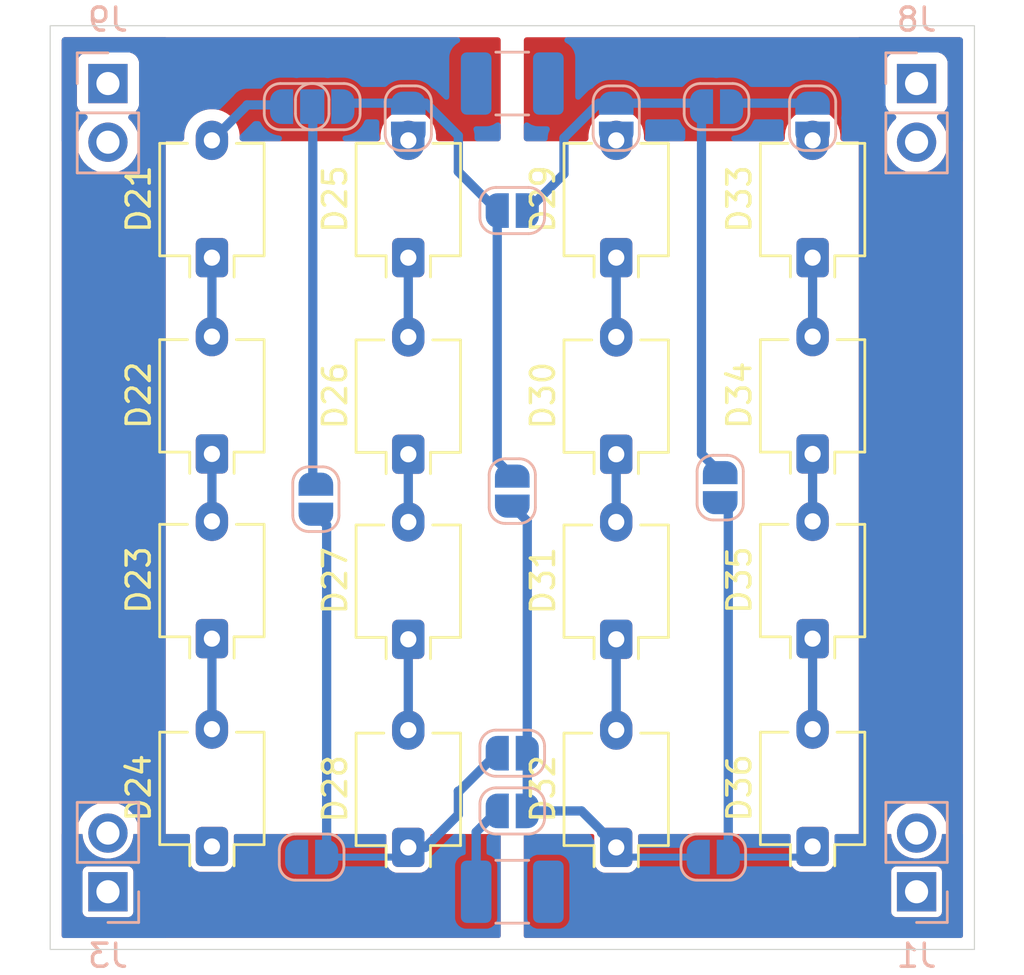
<source format=kicad_pcb>
(kicad_pcb (version 20241229) (generator "pcbnew") (generator_version "9.0")
  (layers (0 "F.Cu" signal) (2 "B.Cu" signal) (13 "F.Paste" user) (15 "B.Paste" user) (5 "F.SilkS" user "F.Silkscreen") (7 "B.SilkS" user "B.Silkscreen") (1 "F.Mask" user) (3 "B.Mask" user) (25 "Edge.Cuts" user))
  (net 0 "")
  (footprint "solarzellen:Osram_DIL2_4.3x4.65mm_P5.08mm" (layer "F.Cu") (at 180.32 91.062 90)
    (property "Reference" "D34" (at 2.54 -3.17 90) (layer "F.SilkS"))
    (property "Value" "BPW34")
    (pad "1" thru_hole roundrect (at 0 0 90) (size 1.7 1.4) (drill 0.7) (layers "*.Cu" "*.Mask") (roundrect_rratio 0.178))
    (pad "2" thru_hole oval (at 5.08 0 90) (size 1.7 1.4) (drill 0.7) (layers "*.Cu" "*.Mask"))
  )
  (footprint "solarzellen:Osram_DIL2_4.3x4.65mm_P5.08mm" (layer "F.Cu") (at 154.32 108.062 90)
    (property "Reference" "D24" (at 2.54 -3.17 90) (layer "F.SilkS"))
    (property "Value" "BPW34")
    (pad "1" thru_hole roundrect (at 0 0 90) (size 1.7 1.4) (drill 0.7) (layers "*.Cu" "*.Mask") (roundrect_rratio 0.178))
    (pad "2" thru_hole oval (at 5.08 0 90) (size 1.7 1.4) (drill 0.7) (layers "*.Cu" "*.Mask"))
  )
  (footprint "solarzellen:Osram_DIL2_4.3x4.65mm_P5.08mm" (layer "F.Cu") (at 154.32 82.562 90)
    (property "Reference" "D21" (at 2.54 -3.17 90) (layer "F.SilkS"))
    (property "Value" "BPW34")
    (pad "1" thru_hole roundrect (at 0 0 90) (size 1.7 1.4) (drill 0.7) (layers "*.Cu" "*.Mask") (roundrect_rratio 0.178))
    (pad "2" thru_hole oval (at 5.08 0 90) (size 1.7 1.4) (drill 0.7) (layers "*.Cu" "*.Mask"))
  )
  (footprint "solarzellen:Osram_DIL2_4.3x4.65mm_P5.08mm" (layer "F.Cu") (at 171.82 91.075333 90)
    (property "Reference" "D30" (at 2.54 -3.17 90) (layer "F.SilkS"))
    (property "Value" "BPW34")
    (pad "1" thru_hole roundrect (at 0 0 90) (size 1.7 1.4) (drill 0.7) (layers "*.Cu" "*.Mask") (roundrect_rratio 0.178))
    (pad "2" thru_hole oval (at 5.08 0 90) (size 1.7 1.4) (drill 0.7) (layers "*.Cu" "*.Mask"))
  )
  (footprint "solarzellen:Osram_DIL2_4.3x4.65mm_P5.08mm" (layer "F.Cu") (at 162.82 108.102 90)
    (property "Reference" "D28" (at 2.54 -3.17 90) (layer "F.SilkS"))
    (property "Value" "BPW34")
    (pad "1" thru_hole roundrect (at 0 0 90) (size 1.7 1.4) (drill 0.7) (layers "*.Cu" "*.Mask") (roundrect_rratio 0.178))
    (pad "2" thru_hole oval (at 5.08 0 90) (size 1.7 1.4) (drill 0.7) (layers "*.Cu" "*.Mask"))
  )
  (footprint "solarzellen:Osram_DIL2_4.3x4.65mm_P5.08mm" (layer "F.Cu") (at 171.82 108.102 90)
    (property "Reference" "D32" (at 2.54 -3.17 90) (layer "F.SilkS"))
    (property "Value" "BPW34")
    (pad "1" thru_hole roundrect (at 0 0 90) (size 1.7 1.4) (drill 0.7) (layers "*.Cu" "*.Mask") (roundrect_rratio 0.178))
    (pad "2" thru_hole oval (at 5.08 0 90) (size 1.7 1.4) (drill 0.7) (layers "*.Cu" "*.Mask"))
  )
  (footprint "solarzellen:Osram_DIL2_4.3x4.65mm_P5.08mm" (layer "F.Cu") (at 171.82 99.088666 90)
    (property "Reference" "D31" (at 2.54 -3.17 90) (layer "F.SilkS"))
    (property "Value" "BPW34")
    (pad "1" thru_hole roundrect (at 0 0 90) (size 1.7 1.4) (drill 0.7) (layers "*.Cu" "*.Mask") (roundrect_rratio 0.178))
    (pad "2" thru_hole oval (at 5.08 0 90) (size 1.7 1.4) (drill 0.7) (layers "*.Cu" "*.Mask"))
  )
  (footprint "solarzellen:Osram_DIL2_4.3x4.65mm_P5.08mm" (layer "F.Cu") (at 180.32 82.562 90)
    (property "Reference" "D33" (at 2.54 -3.17 90) (layer "F.SilkS"))
    (property "Value" "BPW34")
    (pad "1" thru_hole roundrect (at 0 0 90) (size 1.7 1.4) (drill 0.7) (layers "*.Cu" "*.Mask") (roundrect_rratio 0.178))
    (pad "2" thru_hole oval (at 5.08 0 90) (size 1.7 1.4) (drill 0.7) (layers "*.Cu" "*.Mask"))
  )
  (footprint "solarzellen:Osram_DIL2_4.3x4.65mm_P5.08mm" (layer "F.Cu") (at 154.32 91.062 90)
    (property "Reference" "D22" (at 2.54 -3.17 90) (layer "F.SilkS"))
    (property "Value" "BPW34")
    (pad "1" thru_hole roundrect (at 0 0 90) (size 1.7 1.4) (drill 0.7) (layers "*.Cu" "*.Mask") (roundrect_rratio 0.178))
    (pad "2" thru_hole oval (at 5.08 0 90) (size 1.7 1.4) (drill 0.7) (layers "*.Cu" "*.Mask"))
  )
  (footprint "solarzellen:Osram_DIL2_4.3x4.65mm_P5.08mm" (layer "F.Cu") (at 162.82 91.075333 90)
    (property "Reference" "D26" (at 2.54 -3.17 90) (layer "F.SilkS"))
    (property "Value" "BPW34")
    (pad "1" thru_hole roundrect (at 0 0 90) (size 1.7 1.4) (drill 0.7) (layers "*.Cu" "*.Mask") (roundrect_rratio 0.178))
    (pad "2" thru_hole oval (at 5.08 0 90) (size 1.7 1.4) (drill 0.7) (layers "*.Cu" "*.Mask"))
  )
  (footprint "solarzellen:Osram_DIL2_4.3x4.65mm_P5.08mm" (layer "F.Cu") (at 180.32 108.062 90)
    (property "Reference" "D36" (at 2.54 -3.17 90) (layer "F.SilkS"))
    (property "Value" "BPW34")
    (pad "1" thru_hole roundrect (at 0 0 90) (size 1.7 1.4) (drill 0.7) (layers "*.Cu" "*.Mask") (roundrect_rratio 0.178))
    (pad "2" thru_hole oval (at 5.08 0 90) (size 1.7 1.4) (drill 0.7) (layers "*.Cu" "*.Mask"))
  )
  (footprint "solarzellen:Osram_DIL2_4.3x4.65mm_P5.08mm" (layer "F.Cu") (at 171.82 82.562 90)
    (property "Reference" "D29" (at 2.54 -3.17 90) (layer "F.SilkS"))
    (property "Value" "BPW34")
    (pad "1" thru_hole roundrect (at 0 0 90) (size 1.7 1.4) (drill 0.7) (layers "*.Cu" "*.Mask") (roundrect_rratio 0.178))
    (pad "2" thru_hole oval (at 5.08 0 90) (size 1.7 1.4) (drill 0.7) (layers "*.Cu" "*.Mask"))
  )
  (footprint "solarzellen:Osram_DIL2_4.3x4.65mm_P5.08mm" (layer "F.Cu") (at 154.32 99.062 90)
    (property "Reference" "D23" (at 2.54 -3.17 90) (layer "F.SilkS"))
    (property "Value" "BPW34")
    (pad "1" thru_hole roundrect (at 0 0 90) (size 1.7 1.4) (drill 0.7) (layers "*.Cu" "*.Mask") (roundrect_rratio 0.178))
    (pad "2" thru_hole oval (at 5.08 0 90) (size 1.7 1.4) (drill 0.7) (layers "*.Cu" "*.Mask"))
  )
  (footprint "solarzellen:Osram_DIL2_4.3x4.65mm_P5.08mm" (layer "F.Cu") (at 180.32 99.062 90)
    (property "Reference" "D35" (at 2.54 -3.17 90) (layer "F.SilkS"))
    (property "Value" "BPW34")
    (pad "1" thru_hole roundrect (at 0 0 90) (size 1.7 1.4) (drill 0.7) (layers "*.Cu" "*.Mask") (roundrect_rratio 0.178))
    (pad "2" thru_hole oval (at 5.08 0 90) (size 1.7 1.4) (drill 0.7) (layers "*.Cu" "*.Mask"))
  )
  (footprint "solarzellen:Osram_DIL2_4.3x4.65mm_P5.08mm" (layer "F.Cu") (at 162.82 99.088666 90)
    (property "Reference" "D27" (at 2.54 -3.17 90) (layer "F.SilkS"))
    (property "Value" "BPW34")
    (pad "1" thru_hole roundrect (at 0 0 90) (size 1.7 1.4) (drill 0.7) (layers "*.Cu" "*.Mask") (roundrect_rratio 0.178))
    (pad "2" thru_hole oval (at 5.08 0 90) (size 1.7 1.4) (drill 0.7) (layers "*.Cu" "*.Mask"))
  )
  (footprint "solarzellen:Osram_DIL2_4.3x4.65mm_P5.08mm" (layer "F.Cu") (at 162.82 82.562 90)
    (property "Reference" "D25" (at 2.54 -3.17 90) (layer "F.SilkS"))
    (property "Value" "BPW34")
    (pad "1" thru_hole roundrect (at 0 0 90) (size 1.7 1.4) (drill 0.7) (layers "*.Cu" "*.Mask") (roundrect_rratio 0.178))
    (pad "2" thru_hole oval (at 5.08 0 90) (size 1.7 1.4) (drill 0.7) (layers "*.Cu" "*.Mask"))
  )
  (footprint "Capacitor_SMD:C_1210_3225Metric_Pad1.33x2.70mm_HandSolder" (layer "B.Cu") (at 167.32 75.022 180)
    (property "Reference" "C10" (hide yes))
    (property "Value" "100u" (hide yes))
    (pad "1" smd roundrect (at -1.5625 0 180) (size 1.325 2.7) (layers "B.Cu" "B.Mask" "B.Paste") (roundrect_rratio 0.188679))
    (pad "2" smd roundrect (at 1.5625 0 180) (size 1.325 2.7) (layers "B.Cu" "B.Mask" "B.Paste") (roundrect_rratio 0.188679))
  )
  (footprint "Jumper:SolderJumper-2_P1.3mm_Open_RoundedPad1.0x1.5mm" (layer "B.Cu") (at 162.82 76.522 90)
    (property "Reference" "JP19" (hide yes))
    (property "Value" "SolderJumper_2_Open" (hide yes))
    (pad "1" smd custom (at -0.65 0 90) (size 1 0.5) (layers "B.Cu" "B.Mask") (options (clearance outline) (anchor rect)) (primitives (gr_circle (center 0 -0.25) (end 0.5 -0.25) (width 0) (fill yes)) (gr_circle (center 0 0.25) (end 0.5 0.25) (width 0) (fill yes)) (gr_poly (pts (xy 0.5 -0.75) (xy 0 -0.75) (xy 0 0.75) (xy 0.5 0.75)) (width 0) (fill yes))))
    (pad "2" smd custom (at 0.65 0 90) (size 1 0.5) (layers "B.Cu" "B.Mask") (options (clearance outline) (anchor rect)) (primitives (gr_circle (center 0 -0.25) (end 0.5 -0.25) (width 0) (fill yes)) (gr_circle (center 0 0.25) (end 0.5 0.25) (width 0) (fill yes)) (gr_poly (pts (xy 0 -0.75) (xy -0.5 -0.75) (xy -0.5 0.75) (xy 0 0.75)) (width 0) (fill yes))))
  )
  (footprint "Connector_PinSocket_2.54mm:PinSocket_1x02_P2.54mm_Vertical" (layer "B.Cu") (at 184.82 110.022)
    (property "Reference" "J1" (at 0 2.77 180) (layer "B.SilkS") (effects (justify mirror)))
    (property "Value" "Conn_01x02")
    (pad "1" thru_hole rect (at 0 0) (size 1.7 1.7) (drill 1) (layers "*.Cu" "*.Mask"))
    (pad "2" thru_hole oval (at 0 -2.54) (size 1.7 1.7) (drill 1) (layers "*.Cu" "*.Mask"))
  )
  (footprint "Jumper:SolderJumper-2_P1.3mm_Open_RoundedPad1.0x1.5mm" (layer "B.Cu") (at 167.32 104.022 180)
    (property "Reference" "JP20" (hide yes))
    (property "Value" "SolderJumper_2_Open" (hide yes))
    (pad "1" smd custom (at -0.65 0 180) (size 1 0.5) (layers "B.Cu" "B.Mask") (options (clearance outline) (anchor rect)) (primitives (gr_circle (center 0 -0.25) (end 0.5 -0.25) (width 0) (fill yes)) (gr_circle (center 0 0.25) (end 0.5 0.25) (width 0) (fill yes)) (gr_poly (pts (xy 0.5 -0.75) (xy 0 -0.75) (xy 0 0.75) (xy 0.5 0.75)) (width 0) (fill yes))))
    (pad "2" smd custom (at 0.65 0 180) (size 1 0.5) (layers "B.Cu" "B.Mask") (options (clearance outline) (anchor rect)) (primitives (gr_circle (center 0 -0.25) (end 0.5 -0.25) (width 0) (fill yes)) (gr_circle (center 0 0.25) (end 0.5 0.25) (width 0) (fill yes)) (gr_poly (pts (xy 0 -0.75) (xy -0.5 -0.75) (xy -0.5 0.75) (xy 0 0.75)) (width 0) (fill yes))))
  )
  (footprint "Jumper:SolderJumper-2_P1.3mm_Open_RoundedPad1.0x1.5mm" (layer "B.Cu") (at 157.986 76.022)
    (property "Reference" "JP15" (hide yes))
    (property "Value" "SolderJumper_2_Open" (hide yes))
    (pad "1" smd custom (at -0.65 0) (size 1 0.5) (layers "B.Cu" "B.Mask") (options (clearance outline) (anchor rect)) (primitives (gr_circle (center 0 -0.25) (end 0.5 -0.25) (width 0) (fill yes)) (gr_circle (center 0 0.25) (end 0.5 0.25) (width 0) (fill yes)) (gr_poly (pts (xy 0.5 -0.75) (xy 0 -0.75) (xy 0 0.75) (xy 0.5 0.75)) (width 0) (fill yes))))
    (pad "2" smd custom (at 0.65 0) (size 1 0.5) (layers "B.Cu" "B.Mask") (options (clearance outline) (anchor rect)) (primitives (gr_circle (center 0 -0.25) (end 0.5 -0.25) (width 0) (fill yes)) (gr_circle (center 0 0.25) (end 0.5 0.25) (width 0) (fill yes)) (gr_poly (pts (xy 0 -0.75) (xy -0.5 -0.75) (xy -0.5 0.75) (xy 0 0.75)) (width 0) (fill yes))))
  )
  (footprint "Jumper:SolderJumper-2_P1.3mm_Open_RoundedPad1.0x1.5mm" (layer "B.Cu") (at 167.32 92.672 90)
    (property "Reference" "JP21" (hide yes))
    (property "Value" "SolderJumper_2_Open" (hide yes))
    (pad "1" smd custom (at -0.65 0 90) (size 1 0.5) (layers "B.Cu" "B.Mask") (options (clearance outline) (anchor rect)) (primitives (gr_circle (center 0 -0.25) (end 0.5 -0.25) (width 0) (fill yes)) (gr_circle (center 0 0.25) (end 0.5 0.25) (width 0) (fill yes)) (gr_poly (pts (xy 0.5 -0.75) (xy 0 -0.75) (xy 0 0.75) (xy 0.5 0.75)) (width 0) (fill yes))))
    (pad "2" smd custom (at 0.65 0 90) (size 1 0.5) (layers "B.Cu" "B.Mask") (options (clearance outline) (anchor rect)) (primitives (gr_circle (center 0 -0.25) (end 0.5 -0.25) (width 0) (fill yes)) (gr_circle (center 0 0.25) (end 0.5 0.25) (width 0) (fill yes)) (gr_poly (pts (xy 0 -0.75) (xy -0.5 -0.75) (xy -0.5 0.75) (xy 0 0.75)) (width 0) (fill yes))))
  )
  (footprint "Capacitor_SMD:C_1210_3225Metric_Pad1.33x2.70mm_HandSolder" (layer "B.Cu") (at 167.32 110.022 180)
    (property "Reference" "C11" (hide yes))
    (property "Value" "100u" (hide yes))
    (pad "1" smd roundrect (at -1.5625 0 180) (size 1.325 2.7) (layers "B.Cu" "B.Mask" "B.Paste") (roundrect_rratio 0.188679))
    (pad "2" smd roundrect (at 1.5625 0 180) (size 1.325 2.7) (layers "B.Cu" "B.Mask" "B.Paste") (roundrect_rratio 0.188679))
  )
  (footprint "Jumper:SolderJumper-2_P1.3mm_Open_RoundedPad1.0x1.5mm" (layer "B.Cu") (at 180.32 76.522 90)
    (property "Reference" "JP28" (hide yes))
    (property "Value" "SolderJumper_2_Open" (hide yes))
    (pad "1" smd custom (at -0.65 0 90) (size 1 0.5) (layers "B.Cu" "B.Mask") (options (clearance outline) (anchor rect)) (primitives (gr_circle (center 0 -0.25) (end 0.5 -0.25) (width 0) (fill yes)) (gr_circle (center 0 0.25) (end 0.5 0.25) (width 0) (fill yes)) (gr_poly (pts (xy 0.5 -0.75) (xy 0 -0.75) (xy 0 0.75) (xy 0.5 0.75)) (width 0) (fill yes))))
    (pad "2" smd custom (at 0.65 0 90) (size 1 0.5) (layers "B.Cu" "B.Mask") (options (clearance outline) (anchor rect)) (primitives (gr_circle (center 0 -0.25) (end 0.5 -0.25) (width 0) (fill yes)) (gr_circle (center 0 0.25) (end 0.5 0.25) (width 0) (fill yes)) (gr_poly (pts (xy 0 -0.75) (xy -0.5 -0.75) (xy -0.5 0.75) (xy 0 0.75)) (width 0) (fill yes))))
  )
  (footprint "Jumper:SolderJumper-2_P1.3mm_Open_RoundedPad1.0x1.5mm" (layer "B.Cu") (at 167.32 106.522)
    (property "Reference" "JP25" (hide yes))
    (property "Value" "SolderJumper_2_Open" (hide yes))
    (pad "1" smd custom (at -0.65 0) (size 1 0.5) (layers "B.Cu" "B.Mask") (options (clearance outline) (anchor rect)) (primitives (gr_circle (center 0 -0.25) (end 0.5 -0.25) (width 0) (fill yes)) (gr_circle (center 0 0.25) (end 0.5 0.25) (width 0) (fill yes)) (gr_poly (pts (xy 0.5 -0.75) (xy 0 -0.75) (xy 0 0.75) (xy 0.5 0.75)) (width 0) (fill yes))))
    (pad "2" smd custom (at 0.65 0) (size 1 0.5) (layers "B.Cu" "B.Mask") (options (clearance outline) (anchor rect)) (primitives (gr_circle (center 0 -0.25) (end 0.5 -0.25) (width 0) (fill yes)) (gr_circle (center 0 0.25) (end 0.5 0.25) (width 0) (fill yes)) (gr_poly (pts (xy 0 -0.75) (xy -0.5 -0.75) (xy -0.5 0.75) (xy 0 0.75)) (width 0) (fill yes))))
  )
  (footprint "Connector_PinSocket_2.54mm:PinSocket_1x02_P2.54mm_Vertical" (layer "B.Cu") (at 184.82 75.022 180)
    (property "Reference" "J8" (at 0 2.77 0) (layer "B.SilkS") (effects (justify mirror)))
    (property "Value" "Conn_01x02")
    (pad "1" thru_hole rect (at 0 0 180) (size 1.7 1.7) (drill 1) (layers "*.Cu" "*.Mask"))
    (pad "2" thru_hole oval (at 0 -2.54 180) (size 1.7 1.7) (drill 1) (layers "*.Cu" "*.Mask"))
  )
  (footprint "Connector_PinSocket_2.54mm:PinSocket_1x02_P2.54mm_Vertical" (layer "B.Cu") (at 149.82 75.022 180)
    (property "Reference" "J9" (at 0 2.77 0) (layer "B.SilkS") (effects (justify mirror)))
    (property "Value" "Conn_01x02")
    (pad "1" thru_hole rect (at 0 0 180) (size 1.7 1.7) (drill 1) (layers "*.Cu" "*.Mask"))
    (pad "2" thru_hole oval (at 0 -2.54 180) (size 1.7 1.7) (drill 1) (layers "*.Cu" "*.Mask"))
  )
  (footprint "Jumper:SolderJumper-2_P1.3mm_Open_RoundedPad1.0x1.5mm" (layer "B.Cu") (at 176.32 92.522 90)
    (property "Reference" "JP26" (hide yes))
    (property "Value" "SolderJumper_2_Open" (hide yes))
    (pad "1" smd custom (at -0.65 0 90) (size 1 0.5) (layers "B.Cu" "B.Mask") (options (clearance outline) (anchor rect)) (primitives (gr_circle (center 0 -0.25) (end 0.5 -0.25) (width 0) (fill yes)) (gr_circle (center 0 0.25) (end 0.5 0.25) (width 0) (fill yes)) (gr_poly (pts (xy 0.5 -0.75) (xy 0 -0.75) (xy 0 0.75) (xy 0.5 0.75)) (width 0) (fill yes))))
    (pad "2" smd custom (at 0.65 0 90) (size 1 0.5) (layers "B.Cu" "B.Mask") (options (clearance outline) (anchor rect)) (primitives (gr_circle (center 0 -0.25) (end 0.5 -0.25) (width 0) (fill yes)) (gr_circle (center 0 0.25) (end 0.5 0.25) (width 0) (fill yes)) (gr_poly (pts (xy 0 -0.75) (xy -0.5 -0.75) (xy -0.5 0.75) (xy 0 0.75)) (width 0) (fill yes))))
  )
  (footprint "Jumper:SolderJumper-2_P1.3mm_Open_RoundedPad1.0x1.5mm" (layer "B.Cu") (at 158.636 108.522 180)
    (property "Reference" "JP16" (hide yes))
    (property "Value" "SolderJumper_2_Open" (hide yes))
    (pad "1" smd custom (at -0.65 0 180) (size 1 0.5) (layers "B.Cu" "B.Mask") (options (clearance outline) (anchor rect)) (primitives (gr_circle (center 0 -0.25) (end 0.5 -0.25) (width 0) (fill yes)) (gr_circle (center 0 0.25) (end 0.5 0.25) (width 0) (fill yes)) (gr_poly (pts (xy 0.5 -0.75) (xy 0 -0.75) (xy 0 0.75) (xy 0.5 0.75)) (width 0) (fill yes))))
    (pad "2" smd custom (at 0.65 0 180) (size 1 0.5) (layers "B.Cu" "B.Mask") (options (clearance outline) (anchor rect)) (primitives (gr_circle (center 0 -0.25) (end 0.5 -0.25) (width 0) (fill yes)) (gr_circle (center 0 0.25) (end 0.5 0.25) (width 0) (fill yes)) (gr_poly (pts (xy 0 -0.75) (xy -0.5 -0.75) (xy -0.5 0.75) (xy 0 0.75)) (width 0) (fill yes))))
  )
  (footprint "Jumper:SolderJumper-2_P1.3mm_Open_RoundedPad1.0x1.5mm" (layer "B.Cu") (at 176.02 108.522 180)
    (property "Reference" "JP24" (hide yes))
    (property "Value" "SolderJumper_2_Open" (hide yes))
    (pad "1" smd custom (at -0.65 0 180) (size 1 0.5) (layers "B.Cu" "B.Mask") (options (clearance outline) (anchor rect)) (primitives (gr_circle (center 0 -0.25) (end 0.5 -0.25) (width 0) (fill yes)) (gr_circle (center 0 0.25) (end 0.5 0.25) (width 0) (fill yes)) (gr_poly (pts (xy 0.5 -0.75) (xy 0 -0.75) (xy 0 0.75) (xy 0.5 0.75)) (width 0) (fill yes))))
    (pad "2" smd custom (at 0.65 0 180) (size 1 0.5) (layers "B.Cu" "B.Mask") (options (clearance outline) (anchor rect)) (primitives (gr_circle (center 0 -0.25) (end 0.5 -0.25) (width 0) (fill yes)) (gr_circle (center 0 0.25) (end 0.5 0.25) (width 0) (fill yes)) (gr_poly (pts (xy 0 -0.75) (xy -0.5 -0.75) (xy -0.5 0.75) (xy 0 0.75)) (width 0) (fill yes))))
  )
  (footprint "Jumper:SolderJumper-2_P1.3mm_Open_RoundedPad1.0x1.5mm" (layer "B.Cu") (at 171.82 76.522 90)
    (property "Reference" "JP23" (hide yes))
    (property "Value" "SolderJumper_2_Open" (hide yes))
    (pad "1" smd custom (at -0.65 0 90) (size 1 0.5) (layers "B.Cu" "B.Mask") (options (clearance outline) (anchor rect)) (primitives (gr_circle (center 0 -0.25) (end 0.5 -0.25) (width 0) (fill yes)) (gr_circle (center 0 0.25) (end 0.5 0.25) (width 0) (fill yes)) (gr_poly (pts (xy 0.5 -0.75) (xy 0 -0.75) (xy 0 0.75) (xy 0.5 0.75)) (width 0) (fill yes))))
    (pad "2" smd custom (at 0.65 0 90) (size 1 0.5) (layers "B.Cu" "B.Mask") (options (clearance outline) (anchor rect)) (primitives (gr_circle (center 0 -0.25) (end 0.5 -0.25) (width 0) (fill yes)) (gr_circle (center 0 0.25) (end 0.5 0.25) (width 0) (fill yes)) (gr_poly (pts (xy 0 -0.75) (xy -0.5 -0.75) (xy -0.5 0.75) (xy 0 0.75)) (width 0) (fill yes))))
  )
  (footprint "Jumper:SolderJumper-2_P1.3mm_Open_RoundedPad1.0x1.5mm" (layer "B.Cu") (at 158.82 93.022 90)
    (property "Reference" "JP17" (hide yes))
    (property "Value" "SolderJumper_2_Open" (hide yes))
    (pad "1" smd custom (at -0.65 0 90) (size 1 0.5) (layers "B.Cu" "B.Mask") (options (clearance outline) (anchor rect)) (primitives (gr_circle (center 0 -0.25) (end 0.5 -0.25) (width 0) (fill yes)) (gr_circle (center 0 0.25) (end 0.5 0.25) (width 0) (fill yes)) (gr_poly (pts (xy 0.5 -0.75) (xy 0 -0.75) (xy 0 0.75) (xy 0.5 0.75)) (width 0) (fill yes))))
    (pad "2" smd custom (at 0.65 0 90) (size 1 0.5) (layers "B.Cu" "B.Mask") (options (clearance outline) (anchor rect)) (primitives (gr_circle (center 0 -0.25) (end 0.5 -0.25) (width 0) (fill yes)) (gr_circle (center 0 0.25) (end 0.5 0.25) (width 0) (fill yes)) (gr_poly (pts (xy 0 -0.75) (xy -0.5 -0.75) (xy -0.5 0.75) (xy 0 0.75)) (width 0) (fill yes))))
  )
  (footprint "Connector_PinSocket_2.54mm:PinSocket_1x02_P2.54mm_Vertical" (layer "B.Cu") (at 149.82 110.022)
    (property "Reference" "J3" (at 0 2.77 180) (layer "B.SilkS") (effects (justify mirror)))
    (property "Value" "Conn_01x02")
    (pad "1" thru_hole rect (at 0 0) (size 1.7 1.7) (drill 1) (layers "*.Cu" "*.Mask"))
    (pad "2" thru_hole oval (at 0 -2.54) (size 1.7 1.7) (drill 1) (layers "*.Cu" "*.Mask"))
  )
  (footprint "Jumper:SolderJumper-2_P1.3mm_Open_RoundedPad1.0x1.5mm" (layer "B.Cu") (at 167.32 80.522 180)
    (property "Reference" "JP22" (hide yes))
    (property "Value" "SolderJumper_2_Open" (hide yes))
    (pad "1" smd custom (at -0.65 0 180) (size 1 0.5) (layers "B.Cu" "B.Mask") (options (clearance outline) (anchor rect)) (primitives (gr_circle (center 0 -0.25) (end 0.5 -0.25) (width 0) (fill yes)) (gr_circle (center 0 0.25) (end 0.5 0.25) (width 0) (fill yes)) (gr_poly (pts (xy 0.5 -0.75) (xy 0 -0.75) (xy 0 0.75) (xy 0.5 0.75)) (width 0) (fill yes))))
    (pad "2" smd custom (at 0.65 0 180) (size 1 0.5) (layers "B.Cu" "B.Mask") (options (clearance outline) (anchor rect)) (primitives (gr_circle (center 0 -0.25) (end 0.5 -0.25) (width 0) (fill yes)) (gr_circle (center 0 0.25) (end 0.5 0.25) (width 0) (fill yes)) (gr_poly (pts (xy 0 -0.75) (xy -0.5 -0.75) (xy -0.5 0.75) (xy 0 0.75)) (width 0) (fill yes))))
  )
  (footprint "Jumper:SolderJumper-2_P1.3mm_Open_RoundedPad1.0x1.5mm" (layer "B.Cu") (at 176.162 76.022 180)
    (property "Reference" "JP27" (hide yes))
    (property "Value" "SolderJumper_2_Open" (hide yes))
    (pad "1" smd custom (at -0.65 0 180) (size 1 0.5) (layers "B.Cu" "B.Mask") (options (clearance outline) (anchor rect)) (primitives (gr_circle (center 0 -0.25) (end 0.5 -0.25) (width 0) (fill yes)) (gr_circle (center 0 0.25) (end 0.5 0.25) (width 0) (fill yes)) (gr_poly (pts (xy 0.5 -0.75) (xy 0 -0.75) (xy 0 0.75) (xy 0.5 0.75)) (width 0) (fill yes))))
    (pad "2" smd custom (at 0.65 0 180) (size 1 0.5) (layers "B.Cu" "B.Mask") (options (clearance outline) (anchor rect)) (primitives (gr_circle (center 0 -0.25) (end 0.5 -0.25) (width 0) (fill yes)) (gr_circle (center 0 0.25) (end 0.5 0.25) (width 0) (fill yes)) (gr_poly (pts (xy 0 -0.75) (xy -0.5 -0.75) (xy -0.5 0.75) (xy 0 0.75)) (width 0) (fill yes))))
  )
  (footprint "Jumper:SolderJumper-2_P1.3mm_Open_RoundedPad1.0x1.5mm" (layer "B.Cu") (at 159.336 76.022 180)
    (property "Reference" "JP18" (hide yes))
    (property "Value" "SolderJumper_2_Open" (hide yes))
    (pad "1" smd custom (at -0.65 0 180) (size 1 0.5) (layers "B.Cu" "B.Mask") (options (clearance outline) (anchor rect)) (primitives (gr_circle (center 0 -0.25) (end 0.5 -0.25) (width 0) (fill yes)) (gr_circle (center 0 0.25) (end 0.5 0.25) (width 0) (fill yes)) (gr_poly (pts (xy 0.5 -0.75) (xy 0 -0.75) (xy 0 0.75) (xy 0.5 0.75)) (width 0) (fill yes))))
    (pad "2" smd custom (at 0.65 0 180) (size 1 0.5) (layers "B.Cu" "B.Mask") (options (clearance outline) (anchor rect)) (primitives (gr_circle (center 0 -0.25) (end 0.5 -0.25) (width 0) (fill yes)) (gr_circle (center 0 0.25) (end 0.5 0.25) (width 0) (fill yes)) (gr_poly (pts (xy 0 -0.75) (xy -0.5 -0.75) (xy -0.5 0.75) (xy 0 0.75)) (width 0) (fill yes))))
  )
  (gr_rect (start 147.32 72.517) (end 187.325 112.522) (stroke (width 0.05)) (fill no) (layer "Edge.Cuts"))
  (segment (start 155.842 75.946) (end 155.842 75.96) (width 0.4) (layer "B.Cu") (net 0))
  (segment (start 167.97 80.522) (end 169.558 78.934) (width 0.4) (layer "B.Cu") (net 0))
  (segment (start 162.82 75.872) (end 160.136 75.872) (width 0.4) (layer "B.Cu") (net 0))
  (segment (start 169.558 77.379) (end 171.065 75.872) (width 0.4) (layer "B.Cu") (net 0))
  (segment (start 164.986 106.68) (end 164.986 105.664) (width 0.4) (layer "B.Cu") (net 0))
  (segment (start 162.82 82.562) (end 162.82 85.995333) (width 0.4) (layer "B.Cu") (net 0))
  (segment (start 180.32 75.872) (end 176.962 75.872) (width 0.4) (layer "B.Cu") (net 0))
  (segment (start 164.986 77.283) (end 164.986 78.838) (width 0.4) (layer "B.Cu") (net 0))
  (segment (start 155.842 75.96) (end 154.32 77.482) (width 0.4) (layer "B.Cu") (net 0))
  (segment (start 159.286 94.138) (end 159.286 108.522) (width 0.4) (layer "B.Cu") (net 0))
  (segment (start 170.32 106.522) (end 171.82 108.022) (width 0.4) (layer "B.Cu") (net 0))
  (segment (start 167.32 92.022) (end 166.67 91.372) (width 0.4) (layer "B.Cu") (net 0))
  (segment (start 167.97 106.522) (end 170.32 106.522) (width 0.4) (layer "B.Cu") (net 0))
  (segment (start 154.32 91.062) (end 154.32 93.982) (width 0.4) (layer "B.Cu") (net 0))
  (segment (start 180.32 99.062) (end 180.32 102.982) (width 0.4) (layer "B.Cu") (net 0))
  (segment (start 176.962 75.872) (end 176.812 76.022) (width 0.4) (layer "B.Cu") (net 0))
  (segment (start 171.183245 107.465245) (end 171.82 108.102) (width 0.4) (layer "B.Cu") (net 0))
  (segment (start 160.136 75.872) (end 159.986 76.022) (width 0.4) (layer "B.Cu") (net 0))
  (segment (start 171.82 82.562) (end 171.82 85.995333) (width 0.4) (layer "B.Cu") (net 0))
  (segment (start 158.686 92.238) (end 158.82 92.372) (width 0.4) (layer "B.Cu") (net 0))
  (segment (start 157.336 76.022) (end 157.26 75.946) (width 0.4) (layer "B.Cu") (net 0))
  (segment (start 175.512 91.064) (end 175.512 76.022) (width 0.4) (layer "B.Cu") (net 0))
  (segment (start 158.686 76.022) (end 158.686 92.238) (width 0.4) (layer "B.Cu") (net 0))
  (segment (start 176.32 93.172) (end 176.67 93.522) (width 0.4) (layer "B.Cu") (net 0))
  (segment (start 166.67 106.522) (end 165.7575 107.4345) (width 0.4) (layer "B.Cu") (net 0))
  (segment (start 163.564 108.102) (end 164.986 106.68) (width 0.4) (layer "B.Cu") (net 0))
  (segment (start 154.32 77.482) (end 154.32 76.96) (width 0.4) (layer "B.Cu") (net 0))
  (segment (start 165.7575 107.4345) (end 165.7575 110.022) (width 0.4) (layer "B.Cu") (net 0))
  (segment (start 171.82 108.022) (end 171.82 108.102) (width 0.4) (layer "B.Cu") (net 0))
  (segment (start 175.37 108.522) (end 172.24 108.522) (width 0.3) (layer "B.Cu") (net 0))
  (segment (start 159.286 108.522) (end 162.4 108.522) (width 0.3) (layer "B.Cu") (net 0))
  (segment (start 180.32 91.062) (end 180.32 93.982) (width 0.4) (layer "B.Cu") (net 0))
  (segment (start 172.24 108.522) (end 171.82 108.102) (width 0.3) (layer "B.Cu") (net 0))
  (segment (start 171.82 103.022) (end 171.82 99.088666) (width 0.4) (layer "B.Cu") (net 0))
  (segment (start 180.32 82.562) (end 180.32 85.982) (width 0.4) (layer "B.Cu") (net 0))
  (segment (start 176.67 93.522) (end 176.67 108.522) (width 0.4) (layer "B.Cu") (net 0))
  (segment (start 165.028 105.664) (end 166.67 104.022) (width 0.4) (layer "B.Cu") (net 0))
  (segment (start 175.362 75.872) (end 175.512 76.022) (width 0.4) (layer "B.Cu") (net 0))
  (segment (start 176.67 108.522) (end 179.86 108.522) (width 0.3) (layer "B.Cu") (net 0))
  (segment (start 162.82 108.102) (end 163.564 108.102) (width 0.3) (layer "B.Cu") (net 0))
  (segment (start 163.575 75.872) (end 164.986 77.283) (width 0.4) (layer "B.Cu") (net 0))
  (segment (start 179.86 108.522) (end 180.32 108.062) (width 0.4) (layer "B.Cu") (net 0))
  (segment (start 154.32 99.062) (end 154.32 102.982) (width 0.4) (layer "B.Cu") (net 0))
  (segment (start 166.67 91.372) (end 166.67 80.522) (width 0.4) (layer "B.Cu") (net 0))
  (segment (start 171.82 94.008666) (end 171.82 91.075333) (width 0.4) (layer "B.Cu") (net 0))
  (segment (start 162.82 99.088666) (end 162.82 103.022) (width 0.4) (layer "B.Cu") (net 0))
  (segment (start 162.82 75.872) (end 163.575 75.872) (width 0.4) (layer "B.Cu") (net 0))
  (segment (start 164.986 105.664) (end 165.028 105.664) (width 0.4) (layer "B.Cu") (net 0))
  (segment (start 157.26 75.946) (end 155.842 75.946) (width 0.4) (layer "B.Cu") (net 0))
  (segment (start 167.97 93.972) (end 167.97 104.022) (width 0.4) (layer "B.Cu") (net 0))
  (segment (start 162.4 108.522) (end 162.82 108.102) (width 0.3) (layer "B.Cu") (net 0))
  (segment (start 171.065 75.872) (end 171.82 75.872) (width 0.4) (layer "B.Cu") (net 0))
  (segment (start 162.82 91.075333) (end 162.82 94.008666) (width 0.4) (layer "B.Cu") (net 0))
  (segment (start 167.32 93.322) (end 167.97 93.972) (width 0.4) (layer "B.Cu") (net 0))
  (segment (start 169.558 78.934) (end 169.558 77.379) (width 0.4) (layer "B.Cu") (net 0))
  (segment (start 154.32 82.562) (end 154.32 85.982) (width 0.4) (layer "B.Cu") (net 0))
  (segment (start 158.82 93.672) (end 159.286 94.138) (width 0.4) (layer "B.Cu") (net 0))
  (segment (start 167.97 104.022) (end 167.97 106.522) (width 0.4) (layer "B.Cu") (net 0))
  (segment (start 171.82 75.872) (end 175.362 75.872) (width 0.4) (layer "B.Cu") (net 0))
  (segment (start 164.986 78.838) (end 166.67 80.522) (width 0.4) (layer "B.Cu") (net 0))
  (segment (start 176.32 91.872) (end 175.512 91.064) (width 0.4) (layer "B.Cu") (net 0))
  (zone (net 0) (net_name "") (layers "F.Cu" "B.Cu") (priority 1) (connect_pads (clearance 0.5)) (min_thickness 0.25) (fill yes (thermal_gap 0.5) (thermal_bridge_width 0.5))
    (polygon (pts (xy 147.32 72.522) (xy 152.32 72.522) (xy 152.32 112.522) (xy 147.32 112.522)))
  )
  (zone (net 0) (net_name "") (layers "F.Cu" "B.Cu") (connect_pads (clearance 0.5)) (min_thickness 0.25) (fill yes (thermal_gap 0.5) (thermal_bridge_width 0.5))
    (polygon (pts (xy 167.82 72.522) (xy 167.82 77.522) (xy 187.32 77.522) (xy 187.32 72.522)))
  )
  (zone (net 0) (net_name "") (layers "F.Cu" "B.Cu") (connect_pads (clearance 0.25)) (min_thickness 0.15) (fill yes (thermal_gap 0.5) (thermal_bridge_width 0.5))
    (polygon (pts (xy 167.82 107.522) (xy 167.82 112.522) (xy 187.32 112.522) (xy 187.32 107.522)))
  )
  (zone (net 0) (net_name "") (layers "F.Cu" "B.Cu") (priority 1) (connect_pads (clearance 0.25)) (min_thickness 0.15) (fill yes (thermal_gap 0.5) (thermal_bridge_width 0.5))
    (polygon (pts (xy 147.32 112.522) (xy 147.32 107.522) (xy 166.82 107.522) (xy 166.82 112.522)))
  )
  (zone (net 0) (net_name "") (layers "F.Cu" "B.Cu") (connect_pads (clearance 0.5)) (min_thickness 0.25) (fill yes (thermal_gap 0.5) (thermal_bridge_width 0.5))
    (polygon (pts (xy 187.32 72.522) (xy 182.32 72.522) (xy 182.32 112.522) (xy 187.32 112.522)))
  )
  (zone (net 0) (net_name "") (layers "F.Cu" "B.Cu") (priority 1) (connect_pads (clearance 0.5)) (min_thickness 0.25) (fill yes (thermal_gap 0.5) (thermal_bridge_width 0.5))
    (polygon (pts (xy 147.32 77.522) (xy 147.32 72.522) (xy 166.82 72.522) (xy 166.82 77.522)))
  )
)
</source>
